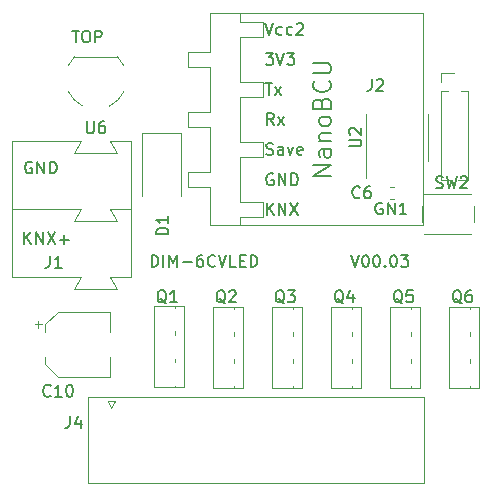
<source format=gbr>
G04 #@! TF.GenerationSoftware,KiCad,Pcbnew,(5.1.4)-1*
G04 #@! TF.CreationDate,2021-04-18T18:25:46+02:00*
G04 #@! TF.ProjectId,KUPS-DIM-6CVLED,4b555053-2d44-4494-9d2d-3643564c4544,V00.03*
G04 #@! TF.SameCoordinates,Original*
G04 #@! TF.FileFunction,Legend,Top*
G04 #@! TF.FilePolarity,Positive*
%FSLAX46Y46*%
G04 Gerber Fmt 4.6, Leading zero omitted, Abs format (unit mm)*
G04 Created by KiCad (PCBNEW (5.1.4)-1) date 2021-04-18 18:25:46*
%MOMM*%
%LPD*%
G04 APERTURE LIST*
%ADD10C,0.150000*%
%ADD11C,0.120000*%
%ADD12C,0.200000*%
G04 APERTURE END LIST*
D10*
X100666666Y-122952380D02*
X100666666Y-121952380D01*
X100904761Y-121952380D01*
X101047619Y-122000000D01*
X101142857Y-122095238D01*
X101190476Y-122190476D01*
X101238095Y-122380952D01*
X101238095Y-122523809D01*
X101190476Y-122714285D01*
X101142857Y-122809523D01*
X101047619Y-122904761D01*
X100904761Y-122952380D01*
X100666666Y-122952380D01*
X101666666Y-122952380D02*
X101666666Y-121952380D01*
X102142857Y-122952380D02*
X102142857Y-121952380D01*
X102476190Y-122666666D01*
X102809523Y-121952380D01*
X102809523Y-122952380D01*
X103285714Y-122571428D02*
X104047619Y-122571428D01*
X104952380Y-121952380D02*
X104761904Y-121952380D01*
X104666666Y-122000000D01*
X104619047Y-122047619D01*
X104523809Y-122190476D01*
X104476190Y-122380952D01*
X104476190Y-122761904D01*
X104523809Y-122857142D01*
X104571428Y-122904761D01*
X104666666Y-122952380D01*
X104857142Y-122952380D01*
X104952380Y-122904761D01*
X105000000Y-122857142D01*
X105047619Y-122761904D01*
X105047619Y-122523809D01*
X105000000Y-122428571D01*
X104952380Y-122380952D01*
X104857142Y-122333333D01*
X104666666Y-122333333D01*
X104571428Y-122380952D01*
X104523809Y-122428571D01*
X104476190Y-122523809D01*
X106047619Y-122857142D02*
X106000000Y-122904761D01*
X105857142Y-122952380D01*
X105761904Y-122952380D01*
X105619047Y-122904761D01*
X105523809Y-122809523D01*
X105476190Y-122714285D01*
X105428571Y-122523809D01*
X105428571Y-122380952D01*
X105476190Y-122190476D01*
X105523809Y-122095238D01*
X105619047Y-122000000D01*
X105761904Y-121952380D01*
X105857142Y-121952380D01*
X106000000Y-122000000D01*
X106047619Y-122047619D01*
X106333333Y-121952380D02*
X106666666Y-122952380D01*
X107000000Y-121952380D01*
X107809523Y-122952380D02*
X107333333Y-122952380D01*
X107333333Y-121952380D01*
X108142857Y-122428571D02*
X108476190Y-122428571D01*
X108619047Y-122952380D02*
X108142857Y-122952380D01*
X108142857Y-121952380D01*
X108619047Y-121952380D01*
X109047619Y-122952380D02*
X109047619Y-121952380D01*
X109285714Y-121952380D01*
X109428571Y-122000000D01*
X109523809Y-122095238D01*
X109571428Y-122190476D01*
X109619047Y-122380952D01*
X109619047Y-122523809D01*
X109571428Y-122714285D01*
X109523809Y-122809523D01*
X109428571Y-122904761D01*
X109285714Y-122952380D01*
X109047619Y-122952380D01*
X117523809Y-121952380D02*
X117857142Y-122952380D01*
X118190476Y-121952380D01*
X118714285Y-121952380D02*
X118809523Y-121952380D01*
X118904761Y-122000000D01*
X118952380Y-122047619D01*
X119000000Y-122142857D01*
X119047619Y-122333333D01*
X119047619Y-122571428D01*
X119000000Y-122761904D01*
X118952380Y-122857142D01*
X118904761Y-122904761D01*
X118809523Y-122952380D01*
X118714285Y-122952380D01*
X118619047Y-122904761D01*
X118571428Y-122857142D01*
X118523809Y-122761904D01*
X118476190Y-122571428D01*
X118476190Y-122333333D01*
X118523809Y-122142857D01*
X118571428Y-122047619D01*
X118619047Y-122000000D01*
X118714285Y-121952380D01*
X119666666Y-121952380D02*
X119761904Y-121952380D01*
X119857142Y-122000000D01*
X119904761Y-122047619D01*
X119952380Y-122142857D01*
X120000000Y-122333333D01*
X120000000Y-122571428D01*
X119952380Y-122761904D01*
X119904761Y-122857142D01*
X119857142Y-122904761D01*
X119761904Y-122952380D01*
X119666666Y-122952380D01*
X119571428Y-122904761D01*
X119523809Y-122857142D01*
X119476190Y-122761904D01*
X119428571Y-122571428D01*
X119428571Y-122333333D01*
X119476190Y-122142857D01*
X119523809Y-122047619D01*
X119571428Y-122000000D01*
X119666666Y-121952380D01*
X120428571Y-122857142D02*
X120476190Y-122904761D01*
X120428571Y-122952380D01*
X120380952Y-122904761D01*
X120428571Y-122857142D01*
X120428571Y-122952380D01*
X121095238Y-121952380D02*
X121190476Y-121952380D01*
X121285714Y-122000000D01*
X121333333Y-122047619D01*
X121380952Y-122142857D01*
X121428571Y-122333333D01*
X121428571Y-122571428D01*
X121380952Y-122761904D01*
X121333333Y-122857142D01*
X121285714Y-122904761D01*
X121190476Y-122952380D01*
X121095238Y-122952380D01*
X121000000Y-122904761D01*
X120952380Y-122857142D01*
X120904761Y-122761904D01*
X120857142Y-122571428D01*
X120857142Y-122333333D01*
X120904761Y-122142857D01*
X120952380Y-122047619D01*
X121000000Y-122000000D01*
X121095238Y-121952380D01*
X121761904Y-121952380D02*
X122380952Y-121952380D01*
X122047619Y-122333333D01*
X122190476Y-122333333D01*
X122285714Y-122380952D01*
X122333333Y-122428571D01*
X122380952Y-122523809D01*
X122380952Y-122761904D01*
X122333333Y-122857142D01*
X122285714Y-122904761D01*
X122190476Y-122952380D01*
X121904761Y-122952380D01*
X121809523Y-122904761D01*
X121761904Y-122857142D01*
X93940476Y-102952380D02*
X94511904Y-102952380D01*
X94226190Y-103952380D02*
X94226190Y-102952380D01*
X95035714Y-102952380D02*
X95226190Y-102952380D01*
X95321428Y-103000000D01*
X95416666Y-103095238D01*
X95464285Y-103285714D01*
X95464285Y-103619047D01*
X95416666Y-103809523D01*
X95321428Y-103904761D01*
X95226190Y-103952380D01*
X95035714Y-103952380D01*
X94940476Y-103904761D01*
X94845238Y-103809523D01*
X94797619Y-103619047D01*
X94797619Y-103285714D01*
X94845238Y-103095238D01*
X94940476Y-103000000D01*
X95035714Y-102952380D01*
X95892857Y-103952380D02*
X95892857Y-102952380D01*
X96273809Y-102952380D01*
X96369047Y-103000000D01*
X96416666Y-103047619D01*
X96464285Y-103142857D01*
X96464285Y-103285714D01*
X96416666Y-103380952D01*
X96369047Y-103428571D01*
X96273809Y-103476190D01*
X95892857Y-103476190D01*
D11*
X125200000Y-106540000D02*
X126310000Y-106540000D01*
X125200000Y-107300000D02*
X125200000Y-106540000D01*
X126873471Y-108060000D02*
X127420000Y-108060000D01*
X125200000Y-108060000D02*
X125746529Y-108060000D01*
X127420000Y-108060000D02*
X127420000Y-115615000D01*
X125200000Y-108060000D02*
X125200000Y-115615000D01*
X126617530Y-115615000D02*
X127420000Y-115615000D01*
X125200000Y-115615000D02*
X126002470Y-115615000D01*
X123645000Y-101430000D02*
X123645000Y-119430000D01*
X105645000Y-101430000D02*
X123645000Y-101430000D01*
X105645000Y-104765000D02*
X105645000Y-101430000D01*
X103740000Y-104765000D02*
X105645000Y-104765000D01*
X103740000Y-106035000D02*
X103740000Y-104765000D01*
X105645000Y-106035000D02*
X103740000Y-106035000D01*
X105645000Y-109845000D02*
X105645000Y-106035000D01*
X103740000Y-109845000D02*
X105645000Y-109845000D01*
X103740000Y-111115000D02*
X103740000Y-109845000D01*
X105645000Y-111115000D02*
X103740000Y-111115000D01*
X105645000Y-114925000D02*
X105645000Y-111115000D01*
X103740000Y-114925000D02*
X105645000Y-114925000D01*
X103740000Y-116195000D02*
X103740000Y-114925000D01*
X105645000Y-116195000D02*
X103740000Y-116195000D01*
X105645000Y-119430000D02*
X105645000Y-116195000D01*
X108185000Y-102225000D02*
X108185000Y-101430000D01*
X110090000Y-102225000D02*
X108185000Y-102225000D01*
X110090000Y-103495000D02*
X110090000Y-102225000D01*
X108185000Y-103495000D02*
X110090000Y-103495000D01*
X108185000Y-107305000D02*
X108185000Y-103495000D01*
X110090000Y-107305000D02*
X108185000Y-107305000D01*
X110090000Y-108575000D02*
X110090000Y-107305000D01*
X108185000Y-108575000D02*
X110090000Y-108575000D01*
X108185000Y-112385000D02*
X108185000Y-108575000D01*
X110090000Y-112385000D02*
X108185000Y-112385000D01*
X110090000Y-113655000D02*
X110090000Y-112385000D01*
X108185000Y-113655000D02*
X110090000Y-113655000D01*
X108185000Y-117465000D02*
X108185000Y-113655000D01*
X110090000Y-117465000D02*
X108185000Y-117465000D01*
X110090000Y-118735000D02*
X110090000Y-117465000D01*
X108185000Y-118735000D02*
X110090000Y-118735000D01*
X108185000Y-119430000D02*
X108185000Y-118735000D01*
X105645000Y-119430000D02*
X123645000Y-119430000D01*
X93635816Y-105877205D02*
G75*
G02X94160000Y-105150000I2324184J-1122795D01*
G01*
X93604543Y-108098371D02*
G75*
G03X94850000Y-109350000I2355457J1098371D01*
G01*
X98327199Y-108103842D02*
G75*
G02X97100000Y-109350000I-2367199J1103842D01*
G01*
X98284184Y-105877205D02*
G75*
G03X97760000Y-105150000I-2324184J-1122795D01*
G01*
X97760000Y-105150000D02*
X94160000Y-105150000D01*
X127651000Y-133089000D02*
X127651000Y-133200000D01*
X127651000Y-130799000D02*
X127651000Y-131072000D01*
X127651000Y-128509000D02*
X127651000Y-128782000D01*
X127651000Y-126380000D02*
X127651000Y-126491000D01*
X128390000Y-133200000D02*
X125850000Y-133200000D01*
X128390000Y-126380000D02*
X125850000Y-126380000D01*
X125850000Y-126380000D02*
X125850000Y-133200000D01*
X128390000Y-126380000D02*
X128390000Y-133200000D01*
X122651000Y-133089000D02*
X122651000Y-133200000D01*
X122651000Y-130799000D02*
X122651000Y-131072000D01*
X122651000Y-128509000D02*
X122651000Y-128782000D01*
X122651000Y-126380000D02*
X122651000Y-126491000D01*
X123390000Y-133200000D02*
X120850000Y-133200000D01*
X123390000Y-126380000D02*
X120850000Y-126380000D01*
X120850000Y-126380000D02*
X120850000Y-133200000D01*
X123390000Y-126380000D02*
X123390000Y-133200000D01*
X117651000Y-133089000D02*
X117651000Y-133200000D01*
X117651000Y-130799000D02*
X117651000Y-131072000D01*
X117651000Y-128509000D02*
X117651000Y-128782000D01*
X117651000Y-126380000D02*
X117651000Y-126491000D01*
X118390000Y-133200000D02*
X115850000Y-133200000D01*
X118390000Y-126380000D02*
X115850000Y-126380000D01*
X115850000Y-126380000D02*
X115850000Y-133200000D01*
X118390000Y-126380000D02*
X118390000Y-133200000D01*
X112651000Y-133089000D02*
X112651000Y-133200000D01*
X112651000Y-130799000D02*
X112651000Y-131072000D01*
X112651000Y-128509000D02*
X112651000Y-128782000D01*
X112651000Y-126380000D02*
X112651000Y-126491000D01*
X113390000Y-133200000D02*
X110850000Y-133200000D01*
X113390000Y-126380000D02*
X110850000Y-126380000D01*
X110850000Y-126380000D02*
X110850000Y-133200000D01*
X113390000Y-126380000D02*
X113390000Y-133200000D01*
X107651000Y-133089000D02*
X107651000Y-133200000D01*
X107651000Y-130799000D02*
X107651000Y-131072000D01*
X107651000Y-128509000D02*
X107651000Y-128782000D01*
X107651000Y-126380000D02*
X107651000Y-126491000D01*
X108390000Y-133200000D02*
X105850000Y-133200000D01*
X108390000Y-126380000D02*
X105850000Y-126380000D01*
X105850000Y-126380000D02*
X105850000Y-133200000D01*
X108390000Y-126380000D02*
X108390000Y-133200000D01*
X102651000Y-133009000D02*
X102651000Y-133120000D01*
X102651000Y-130719000D02*
X102651000Y-130992000D01*
X102651000Y-128429000D02*
X102651000Y-128702000D01*
X102651000Y-126300000D02*
X102651000Y-126411000D01*
X103390000Y-133120000D02*
X100850000Y-133120000D01*
X103390000Y-126300000D02*
X100850000Y-126300000D01*
X100850000Y-126300000D02*
X100850000Y-133120000D01*
X103390000Y-126300000D02*
X103390000Y-133120000D01*
X127924000Y-117800000D02*
X127924000Y-119200000D01*
X123524000Y-117800000D02*
X123524000Y-119200000D01*
X123724000Y-120200000D02*
X127724000Y-120200000D01*
X123724000Y-116800000D02*
X127724000Y-116800000D01*
X118800100Y-112006540D02*
X118800100Y-115456540D01*
X118800100Y-112006540D02*
X118800100Y-110056540D01*
X124070100Y-112006540D02*
X124070100Y-113956540D01*
X124070100Y-112006540D02*
X124070100Y-110056540D01*
X91087500Y-127502500D02*
X91087500Y-128127500D01*
X90775000Y-127815000D02*
X91400000Y-127815000D01*
X91640000Y-131195563D02*
X92704437Y-132260000D01*
X91640000Y-127804437D02*
X92704437Y-126740000D01*
X91640000Y-127804437D02*
X91640000Y-128440000D01*
X91640000Y-131195563D02*
X91640000Y-130560000D01*
X92704437Y-132260000D02*
X97160000Y-132260000D01*
X92704437Y-126740000D02*
X97160000Y-126740000D01*
X97160000Y-126740000D02*
X97160000Y-128440000D01*
X97160000Y-132260000D02*
X97160000Y-130560000D01*
X95250000Y-141300000D02*
X123750000Y-141300000D01*
X95250000Y-134000000D02*
X95250000Y-141300000D01*
X123750000Y-134000000D02*
X95250000Y-134000000D01*
X123750000Y-141300000D02*
X123750000Y-134000000D01*
X96950000Y-134300000D02*
X97550000Y-134300000D01*
X97250000Y-134900000D02*
X96950000Y-134300000D01*
X97550000Y-134300000D02*
X97250000Y-134900000D01*
X97706380Y-124842540D02*
X94056380Y-124842540D01*
X97706380Y-119092540D02*
X94056380Y-119092540D01*
X97706380Y-113342540D02*
X94056380Y-113342540D01*
X97106380Y-123842540D02*
X98881380Y-123842540D01*
X94656380Y-123842540D02*
X88881380Y-123842540D01*
X94656380Y-123842540D02*
X94056380Y-124842540D01*
X97106380Y-123842540D02*
X97706380Y-124842540D01*
X94656380Y-118092540D02*
X94056380Y-119092540D01*
X94656380Y-118092540D02*
X88881380Y-118092540D01*
X97106380Y-118092540D02*
X98881380Y-118092540D01*
X97106380Y-118092540D02*
X97706380Y-119092540D01*
X94656380Y-112342540D02*
X94056380Y-113342540D01*
X97706380Y-113342540D02*
X97106380Y-112342540D01*
X94656380Y-112342540D02*
X88881380Y-112342540D01*
X98881380Y-112342540D02*
X97106380Y-112342540D01*
X88881380Y-112342540D02*
X88881380Y-123842540D01*
X98881380Y-112342540D02*
X98881380Y-123842540D01*
X103150000Y-111600000D02*
X103150000Y-117000000D01*
X99850000Y-111600000D02*
X99850000Y-117000000D01*
X103150000Y-111600000D02*
X99850000Y-111600000D01*
X120837221Y-117190140D02*
X121162779Y-117190140D01*
X120837221Y-116170140D02*
X121162779Y-116170140D01*
D10*
X119286666Y-107052380D02*
X119286666Y-107766666D01*
X119239047Y-107909523D01*
X119143809Y-108004761D01*
X119000952Y-108052380D01*
X118905714Y-108052380D01*
X119715238Y-107147619D02*
X119762857Y-107100000D01*
X119858095Y-107052380D01*
X120096190Y-107052380D01*
X120191428Y-107100000D01*
X120239047Y-107147619D01*
X120286666Y-107242857D01*
X120286666Y-107338095D01*
X120239047Y-107480952D01*
X119667619Y-108052380D01*
X120286666Y-108052380D01*
X120186904Y-117570000D02*
X120091666Y-117522380D01*
X119948809Y-117522380D01*
X119805952Y-117570000D01*
X119710714Y-117665238D01*
X119663095Y-117760476D01*
X119615476Y-117950952D01*
X119615476Y-118093809D01*
X119663095Y-118284285D01*
X119710714Y-118379523D01*
X119805952Y-118474761D01*
X119948809Y-118522380D01*
X120044047Y-118522380D01*
X120186904Y-118474761D01*
X120234523Y-118427142D01*
X120234523Y-118093809D01*
X120044047Y-118093809D01*
X120663095Y-118522380D02*
X120663095Y-117522380D01*
X121234523Y-118522380D01*
X121234523Y-117522380D01*
X122234523Y-118522380D02*
X121663095Y-118522380D01*
X121948809Y-118522380D02*
X121948809Y-117522380D01*
X121853571Y-117665238D01*
X121758333Y-117760476D01*
X121663095Y-117808095D01*
D12*
X115848571Y-115230000D02*
X114348571Y-115230000D01*
X115848571Y-114372857D01*
X114348571Y-114372857D01*
X115848571Y-113015714D02*
X115062857Y-113015714D01*
X114920000Y-113087142D01*
X114848571Y-113230000D01*
X114848571Y-113515714D01*
X114920000Y-113658571D01*
X115777142Y-113015714D02*
X115848571Y-113158571D01*
X115848571Y-113515714D01*
X115777142Y-113658571D01*
X115634285Y-113730000D01*
X115491428Y-113730000D01*
X115348571Y-113658571D01*
X115277142Y-113515714D01*
X115277142Y-113158571D01*
X115205714Y-113015714D01*
X114848571Y-112301428D02*
X115848571Y-112301428D01*
X114991428Y-112301428D02*
X114920000Y-112230000D01*
X114848571Y-112087142D01*
X114848571Y-111872857D01*
X114920000Y-111730000D01*
X115062857Y-111658571D01*
X115848571Y-111658571D01*
X115848571Y-110730000D02*
X115777142Y-110872857D01*
X115705714Y-110944285D01*
X115562857Y-111015714D01*
X115134285Y-111015714D01*
X114991428Y-110944285D01*
X114920000Y-110872857D01*
X114848571Y-110730000D01*
X114848571Y-110515714D01*
X114920000Y-110372857D01*
X114991428Y-110301428D01*
X115134285Y-110230000D01*
X115562857Y-110230000D01*
X115705714Y-110301428D01*
X115777142Y-110372857D01*
X115848571Y-110515714D01*
X115848571Y-110730000D01*
X115062857Y-109087142D02*
X115134285Y-108872857D01*
X115205714Y-108801428D01*
X115348571Y-108730000D01*
X115562857Y-108730000D01*
X115705714Y-108801428D01*
X115777142Y-108872857D01*
X115848571Y-109015714D01*
X115848571Y-109587142D01*
X114348571Y-109587142D01*
X114348571Y-109087142D01*
X114420000Y-108944285D01*
X114491428Y-108872857D01*
X114634285Y-108801428D01*
X114777142Y-108801428D01*
X114920000Y-108872857D01*
X114991428Y-108944285D01*
X115062857Y-109087142D01*
X115062857Y-109587142D01*
X115705714Y-107230000D02*
X115777142Y-107301428D01*
X115848571Y-107515714D01*
X115848571Y-107658571D01*
X115777142Y-107872857D01*
X115634285Y-108015714D01*
X115491428Y-108087142D01*
X115205714Y-108158571D01*
X114991428Y-108158571D01*
X114705714Y-108087142D01*
X114562857Y-108015714D01*
X114420000Y-107872857D01*
X114348571Y-107658571D01*
X114348571Y-107515714D01*
X114420000Y-107301428D01*
X114491428Y-107230000D01*
X114348571Y-106587142D02*
X115562857Y-106587142D01*
X115705714Y-106515714D01*
X115777142Y-106444285D01*
X115848571Y-106301428D01*
X115848571Y-106015714D01*
X115777142Y-105872857D01*
X115705714Y-105801428D01*
X115562857Y-105730000D01*
X114348571Y-105730000D01*
D10*
X110282738Y-102312380D02*
X110616071Y-103312380D01*
X110949404Y-102312380D01*
X111711309Y-103264761D02*
X111616071Y-103312380D01*
X111425595Y-103312380D01*
X111330357Y-103264761D01*
X111282738Y-103217142D01*
X111235119Y-103121904D01*
X111235119Y-102836190D01*
X111282738Y-102740952D01*
X111330357Y-102693333D01*
X111425595Y-102645714D01*
X111616071Y-102645714D01*
X111711309Y-102693333D01*
X112568452Y-103264761D02*
X112473214Y-103312380D01*
X112282738Y-103312380D01*
X112187500Y-103264761D01*
X112139880Y-103217142D01*
X112092261Y-103121904D01*
X112092261Y-102836190D01*
X112139880Y-102740952D01*
X112187500Y-102693333D01*
X112282738Y-102645714D01*
X112473214Y-102645714D01*
X112568452Y-102693333D01*
X112949404Y-102407619D02*
X112997023Y-102360000D01*
X113092261Y-102312380D01*
X113330357Y-102312380D01*
X113425595Y-102360000D01*
X113473214Y-102407619D01*
X113520833Y-102502857D01*
X113520833Y-102598095D01*
X113473214Y-102740952D01*
X112901785Y-103312380D01*
X113520833Y-103312380D01*
X110330357Y-104852380D02*
X110949404Y-104852380D01*
X110616071Y-105233333D01*
X110758928Y-105233333D01*
X110854166Y-105280952D01*
X110901785Y-105328571D01*
X110949404Y-105423809D01*
X110949404Y-105661904D01*
X110901785Y-105757142D01*
X110854166Y-105804761D01*
X110758928Y-105852380D01*
X110473214Y-105852380D01*
X110377976Y-105804761D01*
X110330357Y-105757142D01*
X111235119Y-104852380D02*
X111568452Y-105852380D01*
X111901785Y-104852380D01*
X112139880Y-104852380D02*
X112758928Y-104852380D01*
X112425595Y-105233333D01*
X112568452Y-105233333D01*
X112663690Y-105280952D01*
X112711309Y-105328571D01*
X112758928Y-105423809D01*
X112758928Y-105661904D01*
X112711309Y-105757142D01*
X112663690Y-105804761D01*
X112568452Y-105852380D01*
X112282738Y-105852380D01*
X112187500Y-105804761D01*
X112139880Y-105757142D01*
X110282738Y-107392380D02*
X110854166Y-107392380D01*
X110568452Y-108392380D02*
X110568452Y-107392380D01*
X111092261Y-108392380D02*
X111616071Y-107725714D01*
X111092261Y-107725714D02*
X111616071Y-108392380D01*
X110997023Y-110932380D02*
X110663690Y-110456190D01*
X110425595Y-110932380D02*
X110425595Y-109932380D01*
X110806547Y-109932380D01*
X110901785Y-109980000D01*
X110949404Y-110027619D01*
X110997023Y-110122857D01*
X110997023Y-110265714D01*
X110949404Y-110360952D01*
X110901785Y-110408571D01*
X110806547Y-110456190D01*
X110425595Y-110456190D01*
X111330357Y-110932380D02*
X111854166Y-110265714D01*
X111330357Y-110265714D02*
X111854166Y-110932380D01*
X110377976Y-113424761D02*
X110520833Y-113472380D01*
X110758928Y-113472380D01*
X110854166Y-113424761D01*
X110901785Y-113377142D01*
X110949404Y-113281904D01*
X110949404Y-113186666D01*
X110901785Y-113091428D01*
X110854166Y-113043809D01*
X110758928Y-112996190D01*
X110568452Y-112948571D01*
X110473214Y-112900952D01*
X110425595Y-112853333D01*
X110377976Y-112758095D01*
X110377976Y-112662857D01*
X110425595Y-112567619D01*
X110473214Y-112520000D01*
X110568452Y-112472380D01*
X110806547Y-112472380D01*
X110949404Y-112520000D01*
X111806547Y-113472380D02*
X111806547Y-112948571D01*
X111758928Y-112853333D01*
X111663690Y-112805714D01*
X111473214Y-112805714D01*
X111377976Y-112853333D01*
X111806547Y-113424761D02*
X111711309Y-113472380D01*
X111473214Y-113472380D01*
X111377976Y-113424761D01*
X111330357Y-113329523D01*
X111330357Y-113234285D01*
X111377976Y-113139047D01*
X111473214Y-113091428D01*
X111711309Y-113091428D01*
X111806547Y-113043809D01*
X112187500Y-112805714D02*
X112425595Y-113472380D01*
X112663690Y-112805714D01*
X113425595Y-113424761D02*
X113330357Y-113472380D01*
X113139880Y-113472380D01*
X113044642Y-113424761D01*
X112997023Y-113329523D01*
X112997023Y-112948571D01*
X113044642Y-112853333D01*
X113139880Y-112805714D01*
X113330357Y-112805714D01*
X113425595Y-112853333D01*
X113473214Y-112948571D01*
X113473214Y-113043809D01*
X112997023Y-113139047D01*
X110949404Y-115100000D02*
X110854166Y-115052380D01*
X110711309Y-115052380D01*
X110568452Y-115100000D01*
X110473214Y-115195238D01*
X110425595Y-115290476D01*
X110377976Y-115480952D01*
X110377976Y-115623809D01*
X110425595Y-115814285D01*
X110473214Y-115909523D01*
X110568452Y-116004761D01*
X110711309Y-116052380D01*
X110806547Y-116052380D01*
X110949404Y-116004761D01*
X110997023Y-115957142D01*
X110997023Y-115623809D01*
X110806547Y-115623809D01*
X111425595Y-116052380D02*
X111425595Y-115052380D01*
X111997023Y-116052380D01*
X111997023Y-115052380D01*
X112473214Y-116052380D02*
X112473214Y-115052380D01*
X112711309Y-115052380D01*
X112854166Y-115100000D01*
X112949404Y-115195238D01*
X112997023Y-115290476D01*
X113044642Y-115480952D01*
X113044642Y-115623809D01*
X112997023Y-115814285D01*
X112949404Y-115909523D01*
X112854166Y-116004761D01*
X112711309Y-116052380D01*
X112473214Y-116052380D01*
X110425595Y-118552380D02*
X110425595Y-117552380D01*
X110997023Y-118552380D02*
X110568452Y-117980952D01*
X110997023Y-117552380D02*
X110425595Y-118123809D01*
X111425595Y-118552380D02*
X111425595Y-117552380D01*
X111997023Y-118552380D01*
X111997023Y-117552380D01*
X112377976Y-117552380D02*
X113044642Y-118552380D01*
X113044642Y-117552380D02*
X112377976Y-118552380D01*
X95188095Y-110642380D02*
X95188095Y-111451904D01*
X95235714Y-111547142D01*
X95283333Y-111594761D01*
X95378571Y-111642380D01*
X95569047Y-111642380D01*
X95664285Y-111594761D01*
X95711904Y-111547142D01*
X95759523Y-111451904D01*
X95759523Y-110642380D01*
X96664285Y-110642380D02*
X96473809Y-110642380D01*
X96378571Y-110690000D01*
X96330952Y-110737619D01*
X96235714Y-110880476D01*
X96188095Y-111070952D01*
X96188095Y-111451904D01*
X96235714Y-111547142D01*
X96283333Y-111594761D01*
X96378571Y-111642380D01*
X96569047Y-111642380D01*
X96664285Y-111594761D01*
X96711904Y-111547142D01*
X96759523Y-111451904D01*
X96759523Y-111213809D01*
X96711904Y-111118571D01*
X96664285Y-111070952D01*
X96569047Y-111023333D01*
X96378571Y-111023333D01*
X96283333Y-111070952D01*
X96235714Y-111118571D01*
X96188095Y-111213809D01*
X126904761Y-126047619D02*
X126809523Y-126000000D01*
X126714285Y-125904761D01*
X126571428Y-125761904D01*
X126476190Y-125714285D01*
X126380952Y-125714285D01*
X126428571Y-125952380D02*
X126333333Y-125904761D01*
X126238095Y-125809523D01*
X126190476Y-125619047D01*
X126190476Y-125285714D01*
X126238095Y-125095238D01*
X126333333Y-125000000D01*
X126428571Y-124952380D01*
X126619047Y-124952380D01*
X126714285Y-125000000D01*
X126809523Y-125095238D01*
X126857142Y-125285714D01*
X126857142Y-125619047D01*
X126809523Y-125809523D01*
X126714285Y-125904761D01*
X126619047Y-125952380D01*
X126428571Y-125952380D01*
X127714285Y-124952380D02*
X127523809Y-124952380D01*
X127428571Y-125000000D01*
X127380952Y-125047619D01*
X127285714Y-125190476D01*
X127238095Y-125380952D01*
X127238095Y-125761904D01*
X127285714Y-125857142D01*
X127333333Y-125904761D01*
X127428571Y-125952380D01*
X127619047Y-125952380D01*
X127714285Y-125904761D01*
X127761904Y-125857142D01*
X127809523Y-125761904D01*
X127809523Y-125523809D01*
X127761904Y-125428571D01*
X127714285Y-125380952D01*
X127619047Y-125333333D01*
X127428571Y-125333333D01*
X127333333Y-125380952D01*
X127285714Y-125428571D01*
X127238095Y-125523809D01*
X121904761Y-126047619D02*
X121809523Y-126000000D01*
X121714285Y-125904761D01*
X121571428Y-125761904D01*
X121476190Y-125714285D01*
X121380952Y-125714285D01*
X121428571Y-125952380D02*
X121333333Y-125904761D01*
X121238095Y-125809523D01*
X121190476Y-125619047D01*
X121190476Y-125285714D01*
X121238095Y-125095238D01*
X121333333Y-125000000D01*
X121428571Y-124952380D01*
X121619047Y-124952380D01*
X121714285Y-125000000D01*
X121809523Y-125095238D01*
X121857142Y-125285714D01*
X121857142Y-125619047D01*
X121809523Y-125809523D01*
X121714285Y-125904761D01*
X121619047Y-125952380D01*
X121428571Y-125952380D01*
X122761904Y-124952380D02*
X122285714Y-124952380D01*
X122238095Y-125428571D01*
X122285714Y-125380952D01*
X122380952Y-125333333D01*
X122619047Y-125333333D01*
X122714285Y-125380952D01*
X122761904Y-125428571D01*
X122809523Y-125523809D01*
X122809523Y-125761904D01*
X122761904Y-125857142D01*
X122714285Y-125904761D01*
X122619047Y-125952380D01*
X122380952Y-125952380D01*
X122285714Y-125904761D01*
X122238095Y-125857142D01*
X116904761Y-126047619D02*
X116809523Y-126000000D01*
X116714285Y-125904761D01*
X116571428Y-125761904D01*
X116476190Y-125714285D01*
X116380952Y-125714285D01*
X116428571Y-125952380D02*
X116333333Y-125904761D01*
X116238095Y-125809523D01*
X116190476Y-125619047D01*
X116190476Y-125285714D01*
X116238095Y-125095238D01*
X116333333Y-125000000D01*
X116428571Y-124952380D01*
X116619047Y-124952380D01*
X116714285Y-125000000D01*
X116809523Y-125095238D01*
X116857142Y-125285714D01*
X116857142Y-125619047D01*
X116809523Y-125809523D01*
X116714285Y-125904761D01*
X116619047Y-125952380D01*
X116428571Y-125952380D01*
X117714285Y-125285714D02*
X117714285Y-125952380D01*
X117476190Y-124904761D02*
X117238095Y-125619047D01*
X117857142Y-125619047D01*
X111904761Y-126047619D02*
X111809523Y-126000000D01*
X111714285Y-125904761D01*
X111571428Y-125761904D01*
X111476190Y-125714285D01*
X111380952Y-125714285D01*
X111428571Y-125952380D02*
X111333333Y-125904761D01*
X111238095Y-125809523D01*
X111190476Y-125619047D01*
X111190476Y-125285714D01*
X111238095Y-125095238D01*
X111333333Y-125000000D01*
X111428571Y-124952380D01*
X111619047Y-124952380D01*
X111714285Y-125000000D01*
X111809523Y-125095238D01*
X111857142Y-125285714D01*
X111857142Y-125619047D01*
X111809523Y-125809523D01*
X111714285Y-125904761D01*
X111619047Y-125952380D01*
X111428571Y-125952380D01*
X112190476Y-124952380D02*
X112809523Y-124952380D01*
X112476190Y-125333333D01*
X112619047Y-125333333D01*
X112714285Y-125380952D01*
X112761904Y-125428571D01*
X112809523Y-125523809D01*
X112809523Y-125761904D01*
X112761904Y-125857142D01*
X112714285Y-125904761D01*
X112619047Y-125952380D01*
X112333333Y-125952380D01*
X112238095Y-125904761D01*
X112190476Y-125857142D01*
X106904761Y-126047619D02*
X106809523Y-126000000D01*
X106714285Y-125904761D01*
X106571428Y-125761904D01*
X106476190Y-125714285D01*
X106380952Y-125714285D01*
X106428571Y-125952380D02*
X106333333Y-125904761D01*
X106238095Y-125809523D01*
X106190476Y-125619047D01*
X106190476Y-125285714D01*
X106238095Y-125095238D01*
X106333333Y-125000000D01*
X106428571Y-124952380D01*
X106619047Y-124952380D01*
X106714285Y-125000000D01*
X106809523Y-125095238D01*
X106857142Y-125285714D01*
X106857142Y-125619047D01*
X106809523Y-125809523D01*
X106714285Y-125904761D01*
X106619047Y-125952380D01*
X106428571Y-125952380D01*
X107238095Y-125047619D02*
X107285714Y-125000000D01*
X107380952Y-124952380D01*
X107619047Y-124952380D01*
X107714285Y-125000000D01*
X107761904Y-125047619D01*
X107809523Y-125142857D01*
X107809523Y-125238095D01*
X107761904Y-125380952D01*
X107190476Y-125952380D01*
X107809523Y-125952380D01*
X101904761Y-126047619D02*
X101809523Y-126000000D01*
X101714285Y-125904761D01*
X101571428Y-125761904D01*
X101476190Y-125714285D01*
X101380952Y-125714285D01*
X101428571Y-125952380D02*
X101333333Y-125904761D01*
X101238095Y-125809523D01*
X101190476Y-125619047D01*
X101190476Y-125285714D01*
X101238095Y-125095238D01*
X101333333Y-125000000D01*
X101428571Y-124952380D01*
X101619047Y-124952380D01*
X101714285Y-125000000D01*
X101809523Y-125095238D01*
X101857142Y-125285714D01*
X101857142Y-125619047D01*
X101809523Y-125809523D01*
X101714285Y-125904761D01*
X101619047Y-125952380D01*
X101428571Y-125952380D01*
X102809523Y-125952380D02*
X102238095Y-125952380D01*
X102523809Y-125952380D02*
X102523809Y-124952380D01*
X102428571Y-125095238D01*
X102333333Y-125190476D01*
X102238095Y-125238095D01*
X124740666Y-116254761D02*
X124883523Y-116302380D01*
X125121619Y-116302380D01*
X125216857Y-116254761D01*
X125264476Y-116207142D01*
X125312095Y-116111904D01*
X125312095Y-116016666D01*
X125264476Y-115921428D01*
X125216857Y-115873809D01*
X125121619Y-115826190D01*
X124931142Y-115778571D01*
X124835904Y-115730952D01*
X124788285Y-115683333D01*
X124740666Y-115588095D01*
X124740666Y-115492857D01*
X124788285Y-115397619D01*
X124835904Y-115350000D01*
X124931142Y-115302380D01*
X125169238Y-115302380D01*
X125312095Y-115350000D01*
X125645428Y-115302380D02*
X125883523Y-116302380D01*
X126074000Y-115588095D01*
X126264476Y-116302380D01*
X126502571Y-115302380D01*
X126835904Y-115397619D02*
X126883523Y-115350000D01*
X126978761Y-115302380D01*
X127216857Y-115302380D01*
X127312095Y-115350000D01*
X127359714Y-115397619D01*
X127407333Y-115492857D01*
X127407333Y-115588095D01*
X127359714Y-115730952D01*
X126788285Y-116302380D01*
X127407333Y-116302380D01*
X117407480Y-112768444D02*
X118217004Y-112768444D01*
X118312242Y-112720825D01*
X118359861Y-112673206D01*
X118407480Y-112577968D01*
X118407480Y-112387492D01*
X118359861Y-112292254D01*
X118312242Y-112244635D01*
X118217004Y-112197016D01*
X117407480Y-112197016D01*
X117502719Y-111768444D02*
X117455100Y-111720825D01*
X117407480Y-111625587D01*
X117407480Y-111387492D01*
X117455100Y-111292254D01*
X117502719Y-111244635D01*
X117597957Y-111197016D01*
X117693195Y-111197016D01*
X117836052Y-111244635D01*
X118407480Y-111816063D01*
X118407480Y-111197016D01*
X92107142Y-133857142D02*
X92059523Y-133904761D01*
X91916666Y-133952380D01*
X91821428Y-133952380D01*
X91678571Y-133904761D01*
X91583333Y-133809523D01*
X91535714Y-133714285D01*
X91488095Y-133523809D01*
X91488095Y-133380952D01*
X91535714Y-133190476D01*
X91583333Y-133095238D01*
X91678571Y-133000000D01*
X91821428Y-132952380D01*
X91916666Y-132952380D01*
X92059523Y-133000000D01*
X92107142Y-133047619D01*
X93059523Y-133952380D02*
X92488095Y-133952380D01*
X92773809Y-133952380D02*
X92773809Y-132952380D01*
X92678571Y-133095238D01*
X92583333Y-133190476D01*
X92488095Y-133238095D01*
X93678571Y-132952380D02*
X93773809Y-132952380D01*
X93869047Y-133000000D01*
X93916666Y-133047619D01*
X93964285Y-133142857D01*
X94011904Y-133333333D01*
X94011904Y-133571428D01*
X93964285Y-133761904D01*
X93916666Y-133857142D01*
X93869047Y-133904761D01*
X93773809Y-133952380D01*
X93678571Y-133952380D01*
X93583333Y-133904761D01*
X93535714Y-133857142D01*
X93488095Y-133761904D01*
X93440476Y-133571428D01*
X93440476Y-133333333D01*
X93488095Y-133142857D01*
X93535714Y-133047619D01*
X93583333Y-133000000D01*
X93678571Y-132952380D01*
X93746666Y-135592380D02*
X93746666Y-136306666D01*
X93699047Y-136449523D01*
X93603809Y-136544761D01*
X93460952Y-136592380D01*
X93365714Y-136592380D01*
X94651428Y-135925714D02*
X94651428Y-136592380D01*
X94413333Y-135544761D02*
X94175238Y-136259047D01*
X94794285Y-136259047D01*
X92048046Y-122044920D02*
X92048046Y-122759206D01*
X92000427Y-122902063D01*
X91905189Y-122997301D01*
X91762332Y-123044920D01*
X91667094Y-123044920D01*
X93048046Y-123044920D02*
X92476618Y-123044920D01*
X92762332Y-123044920D02*
X92762332Y-122044920D01*
X92667094Y-122187778D01*
X92571856Y-122283016D01*
X92476618Y-122330635D01*
X89900427Y-121044920D02*
X89900427Y-120044920D01*
X90471856Y-121044920D02*
X90043284Y-120473492D01*
X90471856Y-120044920D02*
X89900427Y-120616349D01*
X90900427Y-121044920D02*
X90900427Y-120044920D01*
X91471856Y-121044920D01*
X91471856Y-120044920D01*
X91852808Y-120044920D02*
X92519475Y-121044920D01*
X92519475Y-120044920D02*
X91852808Y-121044920D01*
X92900427Y-120663968D02*
X93662332Y-120663968D01*
X93281380Y-121044920D02*
X93281380Y-120283016D01*
X90519475Y-114092540D02*
X90424237Y-114044920D01*
X90281380Y-114044920D01*
X90138522Y-114092540D01*
X90043284Y-114187778D01*
X89995665Y-114283016D01*
X89948046Y-114473492D01*
X89948046Y-114616349D01*
X89995665Y-114806825D01*
X90043284Y-114902063D01*
X90138522Y-114997301D01*
X90281380Y-115044920D01*
X90376618Y-115044920D01*
X90519475Y-114997301D01*
X90567094Y-114949682D01*
X90567094Y-114616349D01*
X90376618Y-114616349D01*
X90995665Y-115044920D02*
X90995665Y-114044920D01*
X91567094Y-115044920D01*
X91567094Y-114044920D01*
X92043284Y-115044920D02*
X92043284Y-114044920D01*
X92281380Y-114044920D01*
X92424237Y-114092540D01*
X92519475Y-114187778D01*
X92567094Y-114283016D01*
X92614713Y-114473492D01*
X92614713Y-114616349D01*
X92567094Y-114806825D01*
X92519475Y-114902063D01*
X92424237Y-114997301D01*
X92281380Y-115044920D01*
X92043284Y-115044920D01*
X102079380Y-120215095D02*
X101079380Y-120215095D01*
X101079380Y-119977000D01*
X101127000Y-119834142D01*
X101222238Y-119738904D01*
X101317476Y-119691285D01*
X101507952Y-119643666D01*
X101650809Y-119643666D01*
X101841285Y-119691285D01*
X101936523Y-119738904D01*
X102031761Y-119834142D01*
X102079380Y-119977000D01*
X102079380Y-120215095D01*
X102079380Y-118691285D02*
X102079380Y-119262714D01*
X102079380Y-118977000D02*
X101079380Y-118977000D01*
X101222238Y-119072238D01*
X101317476Y-119167476D01*
X101365095Y-119262714D01*
X118290333Y-117057142D02*
X118242714Y-117104761D01*
X118099857Y-117152380D01*
X118004619Y-117152380D01*
X117861761Y-117104761D01*
X117766523Y-117009523D01*
X117718904Y-116914285D01*
X117671285Y-116723809D01*
X117671285Y-116580952D01*
X117718904Y-116390476D01*
X117766523Y-116295238D01*
X117861761Y-116200000D01*
X118004619Y-116152380D01*
X118099857Y-116152380D01*
X118242714Y-116200000D01*
X118290333Y-116247619D01*
X119147476Y-116152380D02*
X118957000Y-116152380D01*
X118861761Y-116200000D01*
X118814142Y-116247619D01*
X118718904Y-116390476D01*
X118671285Y-116580952D01*
X118671285Y-116961904D01*
X118718904Y-117057142D01*
X118766523Y-117104761D01*
X118861761Y-117152380D01*
X119052238Y-117152380D01*
X119147476Y-117104761D01*
X119195095Y-117057142D01*
X119242714Y-116961904D01*
X119242714Y-116723809D01*
X119195095Y-116628571D01*
X119147476Y-116580952D01*
X119052238Y-116533333D01*
X118861761Y-116533333D01*
X118766523Y-116580952D01*
X118718904Y-116628571D01*
X118671285Y-116723809D01*
M02*

</source>
